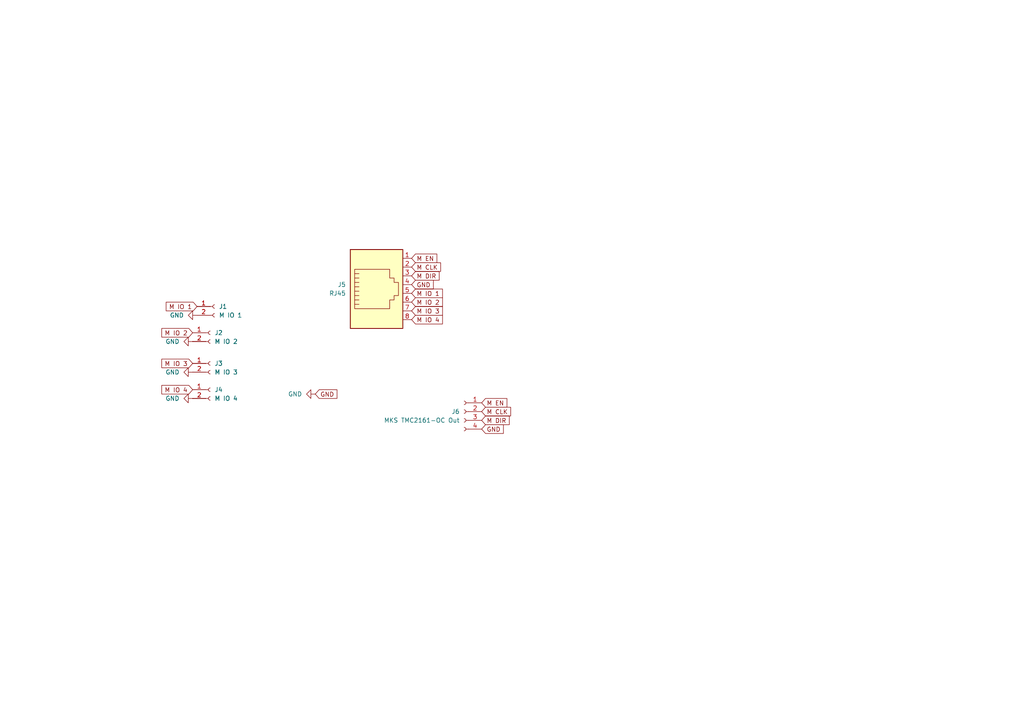
<source format=kicad_sch>
(kicad_sch (version 20231120) (generator "eeschema") (generator_version "8.0")
  (paper "A4")
  (lib_symbols
    (symbol "Connector:Conn_01x02_Socket" (pin_names (offset 1.016) hide)
      (property "Reference" "J" (at 0 2.54 0))
      (property "Value" "Conn_01x02_Socket" (at 0 -5.08 0))
      (symbol "Conn_01x02_Socket_1_1"
        (arc (start 0 -2.032) (mid -0.5058 -2.54) (end 0 -3.048) (stroke (width 0.1524)))
        (polyline (pts (xy -1.27 -2.54) (xy -0.508 -2.54)) (stroke (width 0.1524)))
        (polyline (pts (xy -1.27 0) (xy -0.508 0)) (stroke (width 0.1524)))
        (arc (start 0 0.508) (mid -0.5058 0) (end 0 -0.508) (stroke (width 0.1524)))
        (pin passive line (at -5.08 0 0) (length 3.81) (name "Pin_1") (number "1"))
        (pin passive line (at -5.08 -2.54 0) (length 3.81) (name "Pin_2") (number "2"))
      )
    )
    (symbol "Connector:Conn_01x04_Socket" (pin_names (offset 1.016) hide)
      (property "Reference" "J" (at 0 5.08 0))
      (property "Value" "Conn_01x04_Socket" (at 0 -7.62 0))
      (symbol "Conn_01x04_Socket_1_1"
        (arc (start 0 -4.572) (mid -0.5058 -5.08) (end 0 -5.588) (stroke (width 0.1524)))
        (arc (start 0 -2.032) (mid -0.5058 -2.54) (end 0 -3.048) (stroke (width 0.1524)))
        (polyline (pts (xy -1.27 -5.08) (xy -0.508 -5.08)) (stroke (width 0.1524)))
        (polyline (pts (xy -1.27 -2.54) (xy -0.508 -2.54)) (stroke (width 0.1524)))
        (polyline (pts (xy -1.27 0) (xy -0.508 0)) (stroke (width 0.1524)))
        (polyline (pts (xy -1.27 2.54) (xy -0.508 2.54)) (stroke (width 0.1524)))
        (arc (start 0 0.508) (mid -0.5058 0) (end 0 -0.508) (stroke (width 0.1524)))
        (arc (start 0 3.048) (mid -0.5058 2.54) (end 0 2.032) (stroke (width 0.1524)))
        (pin passive line (at -5.08 2.54 0) (length 3.81) (name "Pin_1") (number "1"))
        (pin passive line (at -5.08 0 0) (length 3.81) (name "Pin_2") (number "2"))
        (pin passive line (at -5.08 -2.54 0) (length 3.81) (name "Pin_3") (number "3"))
        (pin passive line (at -5.08 -5.08 0) (length 3.81) (name "Pin_4") (number "4"))
      )
    )
    (symbol "Connector:RJ45" (pin_names (offset 1.016))
      (property "Reference" "J" (at -5.08 13.97 0))
      (property "Value" "RJ45" (at 2.54 13.97 0))
      (symbol "RJ45_0_1"
        (polyline (pts (xy -5.08 4.445) (xy -6.35 4.445)))
        (polyline (pts (xy -5.08 5.715) (xy -6.35 5.715)))
        (polyline (pts (xy -6.35 -3.175) (xy -5.08 -3.175) (xy -5.08 -3.175)))
        (polyline (pts (xy -6.35 -1.905) (xy -5.08 -1.905) (xy -5.08 -1.905)))
        (polyline (pts (xy -6.35 -0.635) (xy -5.08 -0.635) (xy -5.08 -0.635)))
        (polyline (pts (xy -6.35 0.635) (xy -5.08 0.635) (xy -5.08 0.635)))
        (polyline (pts (xy -6.35 1.905) (xy -5.08 1.905) (xy -5.08 1.905)))
        (polyline (pts (xy -5.08 3.175) (xy -6.35 3.175) (xy -6.35 3.175)))
        (polyline (pts (xy -6.35 -4.445) (xy -6.35 6.985) (xy 3.81 6.985) (xy 3.81 4.445) (xy 5.08 4.445) (xy 5.08 3.175) (xy 6.35 3.175) (xy 6.35 -0.635) (xy 5.08 -0.635) (xy 5.08 -1.905) (xy 3.81 -1.905) (xy 3.81 -4.445) (xy -6.35 -4.445) (xy -6.35 -4.445)))
        (rectangle (start 7.62 12.7) (end -7.62 -10.16) (stroke (width 0.254)) (fill (type background)))
      )
      (symbol "RJ45_1_1"
        (pin passive line (at 10.16 -7.62 180) (length 2.54) (name "~") (number "1"))
        (pin passive line (at 10.16 -5.08 180) (length 2.54) (name "~") (number "2"))
        (pin passive line (at 10.16 -2.54 180) (length 2.54) (name "~") (number "3"))
        (pin passive line (at 10.16 0 180) (length 2.54) (name "~") (number "4"))
        (pin passive line (at 10.16 2.54 180) (length 2.54) (name "~") (number "5"))
        (pin passive line (at 10.16 5.08 180) (length 2.54) (name "~") (number "6"))
        (pin passive line (at 10.16 7.62 180) (length 2.54) (name "~") (number "7"))
        (pin passive line (at 10.16 10.16 180) (length 2.54) (name "~") (number "8"))
      )
    )
    (symbol "power:GND" (power) (pin_numbers hide) (pin_names (offset 0) hide)
      (property "Value" "GND" (at 0 -3.81 0))
      (symbol "GND_0_1"
        (polyline (pts (xy 0 0) (xy 0 -1.27) (xy 1.27 -1.27) (xy 0 -2.54) (xy -1.27 -1.27) (xy 0 -1.27)))
      )
      (symbol "GND_1_1"
        (pin power_in line (at 0 0 270) (length 0) (name "~") (number "1"))
      )
    )
  )
  (global_label "M CLK" (shape input) (at 119.38 77.47 0) (property "Intersheetrefs" "${INTERSHEET_REFS}" (effects (hide yes))))
  (global_label "M CLK" (shape input) (at 139.7 119.38 0) (property "Intersheetrefs" "${INTERSHEET_REFS}" (effects (hide yes))))
  (global_label "GND" (shape input) (at 91.44 114.3 0) (property "Intersheetrefs" "${INTERSHEET_REFS}" (effects (hide yes))))
  (global_label "M IO 2" (shape input) (at 55.88 96.52 180) (property "Intersheetrefs" "${INTERSHEET_REFS}" (effects (hide yes))))
  (global_label "GND" (shape input) (at 139.7 124.46 0) (property "Intersheetrefs" "${INTERSHEET_REFS}" (effects (hide yes))))
  (global_label "M IO 3" (shape input) (at 55.88 105.41 180) (property "Intersheetrefs" "${INTERSHEET_REFS}" (effects (hide yes))))
  (global_label "M IO 4" (shape input) (at 55.88 113.03 180) (property "Intersheetrefs" "${INTERSHEET_REFS}" (effects (hide yes))))
  (global_label "GND" (shape input) (at 119.38 82.55 0) (property "Intersheetrefs" "${INTERSHEET_REFS}" (effects (hide yes))))
  (global_label "M DIR" (shape input) (at 139.7 121.92 0) (property "Intersheetrefs" "${INTERSHEET_REFS}" (effects (hide yes))))
  (global_label "M DIR" (shape input) (at 119.38 80.01 0) (property "Intersheetrefs" "${INTERSHEET_REFS}" (effects (hide yes))))
  (global_label "M IO 1" (shape input) (at 57.15 88.9 180) (property "Intersheetrefs" "${INTERSHEET_REFS}" (effects (hide yes))))
  (global_label "M EN" (shape input) (at 119.38 74.93 0) (property "Intersheetrefs" "${INTERSHEET_REFS}" (effects (hide yes))))
  (global_label "M IO 2" (shape input) (at 119.38 87.63 0) (property "Intersheetrefs" "${INTERSHEET_REFS}" (effects (hide yes))))
  (global_label "M IO 4" (shape input) (at 119.38 92.71 0) (property "Intersheetrefs" "${INTERSHEET_REFS}" (effects (hide yes))))
  (global_label "M IO 1" (shape input) (at 119.38 85.09 0) (property "Intersheetrefs" "${INTERSHEET_REFS}" (effects (hide yes))))
  (global_label "M EN" (shape input) (at 139.7 116.84 0) (property "Intersheetrefs" "${INTERSHEET_REFS}" (effects (hide yes))))
  (global_label "M IO 3" (shape input) (at 119.38 90.17 0) (property "Intersheetrefs" "${INTERSHEET_REFS}" (effects (hide yes))))
  (symbol (lib_id "Connector:Conn_01x04_Socket") (at 134.62 119.38 0) (mirror y) (unit 1)
    (property "Reference" "J6" (at 133.35 119.3799 0) (effects (justify left)))
    (property "Value" "MKS TMC2161-OC Out" (at 133.35 121.9199 0) (effects (justify left)))
    (property "Footprint" "Connector_JST:JST_XH_B4B-XH-A_1x04_P2.50mm_Vertical" (effects (hide yes)))
    (property "Description" "Generic connector, single row, 01x04, script generated" (effects (hide yes)))
  )
  (symbol (lib_id "power:GND") (at 55.88 99.06 270) (unit 1)
    (property "Reference" "#PWR02" (effects (hide yes)))
    (property "Value" "GND" (at 52.07 99.0599 90) (effects (justify right)))
    (property "Description" "Power symbol creates a global label with name \"GND\" , ground" (effects (hide yes)))
  )
  (symbol (lib_id "power:GND") (at 91.44 114.3 270) (unit 1)
    (property "Reference" "#PWR05" (effects (hide yes)))
    (property "Value" "GND" (at 87.63 114.2999 90) (effects (justify right)))
    (property "Description" "Power symbol creates a global label with name \"GND\" , ground" (effects (hide yes)))
  )
  (symbol (lib_id "Connector:Conn_01x02_Socket") (at 62.23 88.9 0) (unit 1)
    (property "Reference" "J1" (at 63.5 88.8999 0) (effects (justify left)))
    (property "Value" "M IO 1" (at 63.5 91.4399 0) (effects (justify left)))
    (property "Footprint" "Connector_JST:JST_XH_B2B-XH-A_1x02_P2.50mm_Vertical" (effects (hide yes)))
    (property "Description" "Generic connector, single row, 01x02, script generated" (effects (hide yes)))
  )
  (symbol (lib_id "Connector:Conn_01x02_Socket") (at 60.96 105.41 0) (unit 1)
    (property "Reference" "J3" (at 62.23 105.4099 0) (effects (justify left)))
    (property "Value" "M IO 3" (at 62.23 107.9499 0) (effects (justify left)))
    (property "Footprint" "Connector_JST:JST_XH_B2B-XH-A_1x02_P2.50mm_Vertical" (effects (hide yes)))
    (property "Description" "Generic connector, single row, 01x02, script generated" (effects (hide yes)))
  )
  (symbol (lib_id "Connector:RJ45") (at 109.22 82.55 0) (mirror x) (unit 1)
    (property "Reference" "J5" (at 100.33 82.5499 0) (effects (justify right)))
    (property "Value" "RJ45" (at 100.33 85.0899 0) (effects (justify right)))
    (property "Footprint" "SamacSys_Parts:RJ458N3S" (effects (hide yes)))
    (property "Description" "RJ connector, 8P8C (8 positions 8 connected)" (effects (hide yes)))
  )
  (symbol (lib_id "power:GND") (at 55.88 107.95 270) (unit 1)
    (property "Reference" "#PWR03" (effects (hide yes)))
    (property "Value" "GND" (at 52.07 107.9499 90) (effects (justify right)))
    (property "Description" "Power symbol creates a global label with name \"GND\" , ground" (effects (hide yes)))
  )
  (symbol (lib_id "Connector:Conn_01x02_Socket") (at 60.96 96.52 0) (unit 1)
    (property "Reference" "J2" (at 62.23 96.5199 0) (effects (justify left)))
    (property "Value" "M IO 2" (at 62.23 99.0599 0) (effects (justify left)))
    (property "Footprint" "Connector_JST:JST_XH_B2B-XH-A_1x02_P2.50mm_Vertical" (effects (hide yes)))
    (property "Description" "Generic connector, single row, 01x02, script generated" (effects (hide yes)))
  )
  (symbol (lib_id "power:GND") (at 57.15 91.44 270) (unit 1)
    (property "Reference" "#PWR01" (effects (hide yes)))
    (property "Value" "GND" (at 53.34 91.4399 90) (effects (justify right)))
    (property "Description" "Power symbol creates a global label with name \"GND\" , ground" (effects (hide yes)))
  )
  (symbol (lib_id "Connector:Conn_01x02_Socket") (at 60.96 113.03 0) (unit 1)
    (property "Reference" "J4" (at 62.23 113.0299 0) (effects (justify left)))
    (property "Value" "M IO 4" (at 62.23 115.5699 0) (effects (justify left)))
    (property "Footprint" "Connector_JST:JST_XH_B2B-XH-A_1x02_P2.50mm_Vertical" (effects (hide yes)))
    (property "Description" "Generic connector, single row, 01x02, script generated" (effects (hide yes)))
  )
  (symbol (lib_id "power:GND") (at 55.88 115.57 270) (unit 1)
    (property "Reference" "#PWR04" (effects (hide yes)))
    (property "Value" "GND" (at 52.07 115.5699 90) (effects (justify right)))
    (property "Description" "Power symbol creates a global label with name \"GND\" , ground" (effects (hide yes)))
  )
)
</source>
